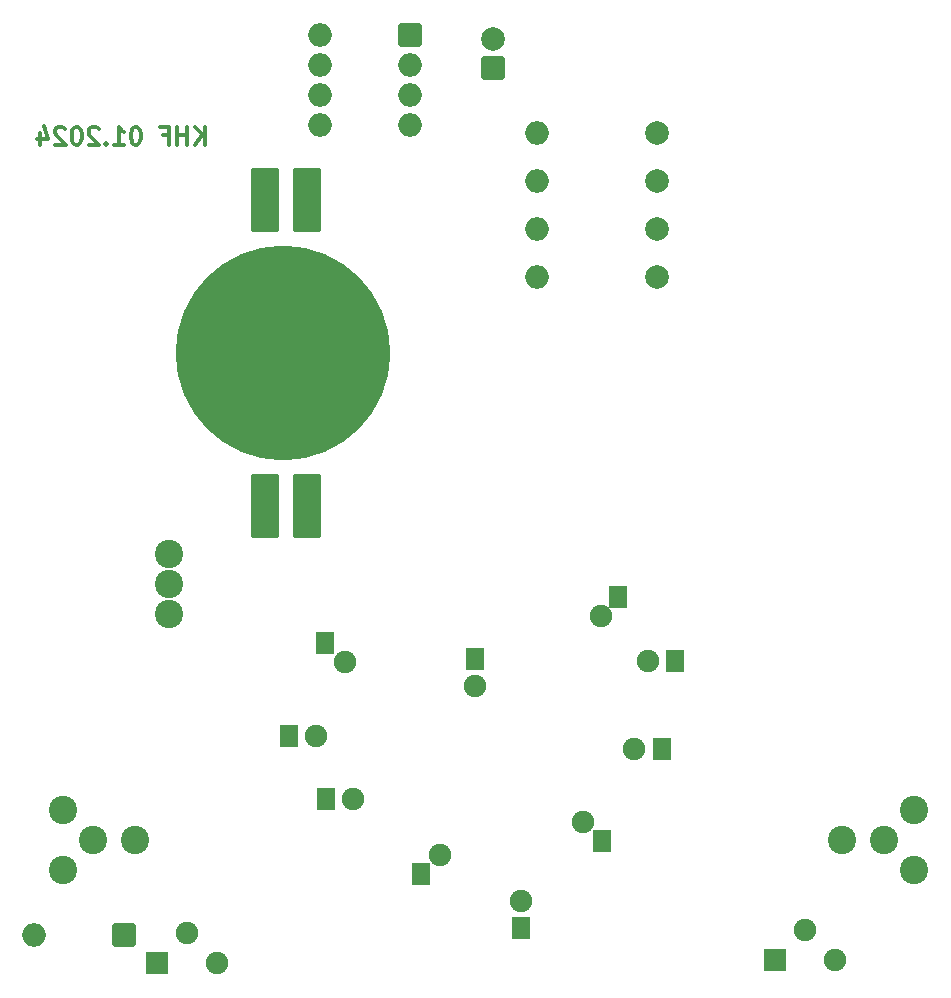
<source format=gbr>
%TF.GenerationSoftware,KiCad,Pcbnew,8.0.1*%
%TF.CreationDate,2024-04-02T10:43:05+02:00*%
%TF.ProjectId,Baerli,42616572-6c69-42e6-9b69-6361645f7063,rev?*%
%TF.SameCoordinates,Original*%
%TF.FileFunction,Soldermask,Bot*%
%TF.FilePolarity,Negative*%
%FSLAX46Y46*%
G04 Gerber Fmt 4.6, Leading zero omitted, Abs format (unit mm)*
G04 Created by KiCad (PCBNEW 8.0.1) date 2024-04-02 10:43:05*
%MOMM*%
%LPD*%
G01*
G04 APERTURE LIST*
G04 Aperture macros list*
%AMRoundRect*
0 Rectangle with rounded corners*
0 $1 Rounding radius*
0 $2 $3 $4 $5 $6 $7 $8 $9 X,Y pos of 4 corners*
0 Add a 4 corners polygon primitive as box body*
4,1,4,$2,$3,$4,$5,$6,$7,$8,$9,$2,$3,0*
0 Add four circle primitives for the rounded corners*
1,1,$1+$1,$2,$3*
1,1,$1+$1,$4,$5*
1,1,$1+$1,$6,$7*
1,1,$1+$1,$8,$9*
0 Add four rect primitives between the rounded corners*
20,1,$1+$1,$2,$3,$4,$5,0*
20,1,$1+$1,$4,$5,$6,$7,0*
20,1,$1+$1,$6,$7,$8,$9,0*
20,1,$1+$1,$8,$9,$2,$3,0*%
G04 Aperture macros list end*
%ADD10C,0.300000*%
%ADD11RoundRect,0.200000X-0.600000X-0.750000X0.600000X-0.750000X0.600000X0.750000X-0.600000X0.750000X0*%
%ADD12RoundRect,0.200000X0.600000X0.750000X-0.600000X0.750000X-0.600000X-0.750000X0.600000X-0.750000X0*%
%ADD13C,1.900000*%
%ADD14RoundRect,0.200000X-0.750000X-0.750000X0.750000X-0.750000X0.750000X0.750000X-0.750000X0.750000X0*%
%ADD15C,2.000000*%
%ADD16O,2.000000X2.000000*%
%ADD17C,2.400000*%
%ADD18RoundRect,0.200000X0.800000X0.800000X-0.800000X0.800000X-0.800000X-0.800000X0.800000X-0.800000X0*%
%ADD19RoundRect,0.200000X-1.000000X2.500000X-1.000000X-2.500000X1.000000X-2.500000X1.000000X2.500000X0*%
%ADD20C,18.180000*%
%ADD21RoundRect,0.200000X0.800000X-0.800000X0.800000X0.800000X-0.800000X0.800000X-0.800000X-0.800000X0*%
G04 APERTURE END LIST*
D10*
X43895489Y-42218828D02*
X43895489Y-40718828D01*
X43038346Y-42218828D02*
X43681203Y-41361685D01*
X43038346Y-40718828D02*
X43895489Y-41575971D01*
X42395489Y-42218828D02*
X42395489Y-40718828D01*
X42395489Y-41433114D02*
X41538346Y-41433114D01*
X41538346Y-42218828D02*
X41538346Y-40718828D01*
X40324060Y-41433114D02*
X40824060Y-41433114D01*
X40824060Y-42218828D02*
X40824060Y-40718828D01*
X40824060Y-40718828D02*
X40109774Y-40718828D01*
X38109774Y-40718828D02*
X37966917Y-40718828D01*
X37966917Y-40718828D02*
X37824060Y-40790257D01*
X37824060Y-40790257D02*
X37752632Y-40861685D01*
X37752632Y-40861685D02*
X37681203Y-41004542D01*
X37681203Y-41004542D02*
X37609774Y-41290257D01*
X37609774Y-41290257D02*
X37609774Y-41647400D01*
X37609774Y-41647400D02*
X37681203Y-41933114D01*
X37681203Y-41933114D02*
X37752632Y-42075971D01*
X37752632Y-42075971D02*
X37824060Y-42147400D01*
X37824060Y-42147400D02*
X37966917Y-42218828D01*
X37966917Y-42218828D02*
X38109774Y-42218828D01*
X38109774Y-42218828D02*
X38252632Y-42147400D01*
X38252632Y-42147400D02*
X38324060Y-42075971D01*
X38324060Y-42075971D02*
X38395489Y-41933114D01*
X38395489Y-41933114D02*
X38466917Y-41647400D01*
X38466917Y-41647400D02*
X38466917Y-41290257D01*
X38466917Y-41290257D02*
X38395489Y-41004542D01*
X38395489Y-41004542D02*
X38324060Y-40861685D01*
X38324060Y-40861685D02*
X38252632Y-40790257D01*
X38252632Y-40790257D02*
X38109774Y-40718828D01*
X36181203Y-42218828D02*
X37038346Y-42218828D01*
X36609775Y-42218828D02*
X36609775Y-40718828D01*
X36609775Y-40718828D02*
X36752632Y-40933114D01*
X36752632Y-40933114D02*
X36895489Y-41075971D01*
X36895489Y-41075971D02*
X37038346Y-41147400D01*
X35538347Y-42075971D02*
X35466918Y-42147400D01*
X35466918Y-42147400D02*
X35538347Y-42218828D01*
X35538347Y-42218828D02*
X35609775Y-42147400D01*
X35609775Y-42147400D02*
X35538347Y-42075971D01*
X35538347Y-42075971D02*
X35538347Y-42218828D01*
X34895489Y-40861685D02*
X34824061Y-40790257D01*
X34824061Y-40790257D02*
X34681204Y-40718828D01*
X34681204Y-40718828D02*
X34324061Y-40718828D01*
X34324061Y-40718828D02*
X34181204Y-40790257D01*
X34181204Y-40790257D02*
X34109775Y-40861685D01*
X34109775Y-40861685D02*
X34038346Y-41004542D01*
X34038346Y-41004542D02*
X34038346Y-41147400D01*
X34038346Y-41147400D02*
X34109775Y-41361685D01*
X34109775Y-41361685D02*
X34966918Y-42218828D01*
X34966918Y-42218828D02*
X34038346Y-42218828D01*
X33109775Y-40718828D02*
X32966918Y-40718828D01*
X32966918Y-40718828D02*
X32824061Y-40790257D01*
X32824061Y-40790257D02*
X32752633Y-40861685D01*
X32752633Y-40861685D02*
X32681204Y-41004542D01*
X32681204Y-41004542D02*
X32609775Y-41290257D01*
X32609775Y-41290257D02*
X32609775Y-41647400D01*
X32609775Y-41647400D02*
X32681204Y-41933114D01*
X32681204Y-41933114D02*
X32752633Y-42075971D01*
X32752633Y-42075971D02*
X32824061Y-42147400D01*
X32824061Y-42147400D02*
X32966918Y-42218828D01*
X32966918Y-42218828D02*
X33109775Y-42218828D01*
X33109775Y-42218828D02*
X33252633Y-42147400D01*
X33252633Y-42147400D02*
X33324061Y-42075971D01*
X33324061Y-42075971D02*
X33395490Y-41933114D01*
X33395490Y-41933114D02*
X33466918Y-41647400D01*
X33466918Y-41647400D02*
X33466918Y-41290257D01*
X33466918Y-41290257D02*
X33395490Y-41004542D01*
X33395490Y-41004542D02*
X33324061Y-40861685D01*
X33324061Y-40861685D02*
X33252633Y-40790257D01*
X33252633Y-40790257D02*
X33109775Y-40718828D01*
X32038347Y-40861685D02*
X31966919Y-40790257D01*
X31966919Y-40790257D02*
X31824062Y-40718828D01*
X31824062Y-40718828D02*
X31466919Y-40718828D01*
X31466919Y-40718828D02*
X31324062Y-40790257D01*
X31324062Y-40790257D02*
X31252633Y-40861685D01*
X31252633Y-40861685D02*
X31181204Y-41004542D01*
X31181204Y-41004542D02*
X31181204Y-41147400D01*
X31181204Y-41147400D02*
X31252633Y-41361685D01*
X31252633Y-41361685D02*
X32109776Y-42218828D01*
X32109776Y-42218828D02*
X31181204Y-42218828D01*
X29895491Y-41218828D02*
X29895491Y-42218828D01*
X30252633Y-40647400D02*
X30609776Y-41718828D01*
X30609776Y-41718828D02*
X29681205Y-41718828D01*
D11*
%TO.C,REF\u002A\u002A*%
X50991086Y-92260914D03*
X54039086Y-84386914D03*
X54166086Y-97594914D03*
X62225137Y-103955914D03*
X66739086Y-85750914D03*
X70676086Y-108530914D03*
X77472086Y-101161914D03*
X78907086Y-80500914D03*
X82614086Y-93403914D03*
D12*
X83695984Y-85910914D03*
D13*
X53291086Y-92260914D03*
X55739086Y-85986914D03*
X56466086Y-97594914D03*
X63825137Y-102355914D03*
X66739086Y-88036914D03*
X70676086Y-106230914D03*
X75872086Y-99561914D03*
X77407086Y-82100914D03*
X80214086Y-93403914D03*
X81395984Y-85910914D03*
%TD*%
D14*
%TO.C,T2*%
X92202000Y-111252000D03*
D13*
X94742000Y-108712000D03*
X97282000Y-111252000D03*
%TD*%
D14*
%TO.C,T1*%
X39878000Y-111506000D03*
D13*
X42418000Y-108966000D03*
X44958000Y-111506000D03*
%TD*%
D15*
%TO.C,R6*%
X82152086Y-53411914D03*
D16*
X71992086Y-53411914D03*
%TD*%
D17*
%TO.C,S1*%
X40872086Y-76881914D03*
X40872086Y-79421914D03*
X40872086Y-81961914D03*
%TD*%
D15*
%TO.C,R3*%
X82152086Y-41261914D03*
D16*
X71992086Y-41261914D03*
%TD*%
D18*
%TO.C,D3*%
X37082086Y-109161914D03*
D16*
X29462086Y-109161914D03*
%TD*%
D15*
%TO.C,R5*%
X82152086Y-49361914D03*
D16*
X71992086Y-49361914D03*
%TD*%
D18*
%TO.C,U1*%
X61272086Y-32961914D03*
D16*
X61272086Y-35501914D03*
X61272086Y-38041914D03*
X61272086Y-40581914D03*
X53652086Y-40581914D03*
X53652086Y-38041914D03*
X53652086Y-35501914D03*
X53652086Y-32961914D03*
%TD*%
D17*
%TO.C,P1*%
X103968086Y-103601914D03*
X103968086Y-98521914D03*
X97872086Y-101061914D03*
X101428086Y-101061914D03*
%TD*%
D19*
%TO.C,U2*%
X52504086Y-46907914D03*
X48948086Y-46907914D03*
X52504086Y-72801914D03*
X48948086Y-72801914D03*
D20*
X50472086Y-59861914D03*
%TD*%
D15*
%TO.C,R4*%
X82152086Y-45311914D03*
D16*
X71992086Y-45311914D03*
%TD*%
D17*
%TO.C,P2*%
X31919086Y-98521914D03*
X31919086Y-103601914D03*
X38015086Y-101061914D03*
X34459086Y-101061914D03*
%TD*%
D21*
%TO.C,C1*%
X68272086Y-35761914D03*
D15*
X68272086Y-33261914D03*
%TD*%
M02*

</source>
